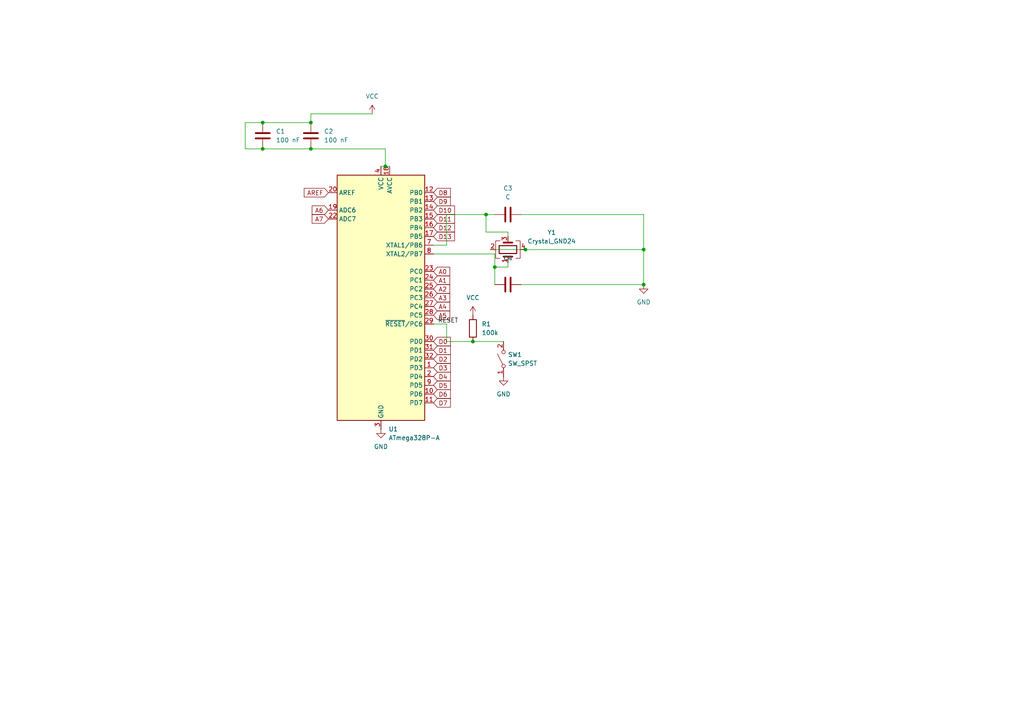
<source format=kicad_sch>
(kicad_sch (version 20231120) (generator "eeschema") (generator_version "8.0")
  (paper "A4")
  (lib_symbols
    (symbol "Device:C" (pin_numbers hide) (pin_names (offset 0.254))
      (property "Reference" "C" (at 0.635 2.54 0))
      (property "Value" "C" (at 0.635 -2.54 0))
      (symbol "C_0_1"
        (polyline (pts (xy -2.032 -0.762) (xy 2.032 -0.762)) (stroke (width 0.508)))
        (polyline (pts (xy -2.032 0.762) (xy 2.032 0.762)) (stroke (width 0.508)))
      )
      (symbol "C_1_1"
        (pin passive line (at 0 3.81 270) (length 2.794) (name "~") (number "1"))
        (pin passive line (at 0 -3.81 90) (length 2.794) (name "~") (number "2"))
      )
    )
    (symbol "Device:Crystal_GND24" (pin_names (offset 1.016) hide)
      (property "Reference" "Y" (at 3.175 5.08 0))
      (property "Value" "Crystal_GND24" (at 3.175 3.175 0))
      (symbol "Crystal_GND24_0_1"
        (rectangle (start -1.143 2.54) (end 1.143 -2.54) (stroke (width 0.3048)))
        (polyline (pts (xy -2.54 0) (xy -2.032 0)))
        (polyline (pts (xy -2.032 -1.27) (xy -2.032 1.27)) (stroke (width 0.508)))
        (polyline (pts (xy 0 -3.81) (xy 0 -3.556)))
        (polyline (pts (xy 0 3.556) (xy 0 3.81)))
        (polyline (pts (xy 2.032 -1.27) (xy 2.032 1.27)) (stroke (width 0.508)))
        (polyline (pts (xy 2.032 0) (xy 2.54 0)))
        (polyline (pts (xy -2.54 -2.286) (xy -2.54 -3.556) (xy 2.54 -3.556) (xy 2.54 -2.286)))
        (polyline (pts (xy -2.54 2.286) (xy -2.54 3.556) (xy 2.54 3.556) (xy 2.54 2.286)))
      )
      (symbol "Crystal_GND24_1_1"
        (pin passive line (at -3.81 0 0) (length 1.27) (name "1") (number "1"))
        (pin passive line (at 0 5.08 270) (length 1.27) (name "2") (number "2"))
        (pin passive line (at 3.81 0 180) (length 1.27) (name "3") (number "3"))
        (pin passive line (at 0 -5.08 90) (length 1.27) (name "4") (number "4"))
      )
    )
    (symbol "Device:R" (pin_numbers hide) (pin_names (offset 0))
      (property "Reference" "R" (at 2.032 0 90))
      (property "Value" "R" (at 0 0 90))
      (symbol "R_0_1"
        (rectangle (start -1.016 -2.54) (end 1.016 2.54) (stroke (width 0.254)))
      )
      (symbol "R_1_1"
        (pin passive line (at 0 3.81 270) (length 1.27) (name "~") (number "1"))
        (pin passive line (at 0 -3.81 90) (length 1.27) (name "~") (number "2"))
      )
    )
    (symbol "MCU_Microchip_ATmega:ATmega328P-A"
      (property "Reference" "U" (at -12.7 36.83 0))
      (property "Value" "ATmega328P-A" (at 2.54 -36.83 0))
      (symbol "ATmega328P-A_0_1"
        (rectangle (start -12.7 -35.56) (end 12.7 35.56) (stroke (width 0.254)) (fill (type background)))
      )
      (symbol "ATmega328P-A_1_1"
        (pin bidirectional line (at 15.24 -20.32 180) (length 2.54) (name "PD3") (number "1"))
        (pin bidirectional line (at 15.24 -27.94 180) (length 2.54) (name "PD6") (number "10"))
        (pin bidirectional line (at 15.24 -30.48 180) (length 2.54) (name "PD7") (number "11"))
        (pin bidirectional line (at 15.24 30.48 180) (length 2.54) (name "PB0") (number "12"))
        (pin bidirectional line (at 15.24 27.94 180) (length 2.54) (name "PB1") (number "13"))
        (pin bidirectional line (at 15.24 25.4 180) (length 2.54) (name "PB2") (number "14"))
        (pin bidirectional line (at 15.24 22.86 180) (length 2.54) (name "PB3") (number "15"))
        (pin bidirectional line (at 15.24 20.32 180) (length 2.54) (name "PB4") (number "16"))
        (pin bidirectional line (at 15.24 17.78 180) (length 2.54) (name "PB5") (number "17"))
        (pin power_in line (at 2.54 38.1 270) (length 2.54) (name "AVCC") (number "18"))
        (pin input line (at -15.24 25.4 0) (length 2.54) (name "ADC6") (number "19"))
        (pin bidirectional line (at 15.24 -22.86 180) (length 2.54) (name "PD4") (number "2"))
        (pin passive line (at -15.24 30.48 0) (length 2.54) (name "AREF") (number "20"))
        (pin passive line (at 0 -38.1 90) (length 2.54) hide (name "GND") (number "21"))
        (pin input line (at -15.24 22.86 0) (length 2.54) (name "ADC7") (number "22"))
        (pin bidirectional line (at 15.24 7.62 180) (length 2.54) (name "PC0") (number "23"))
        (pin bidirectional line (at 15.24 5.08 180) (length 2.54) (name "PC1") (number "24"))
        (pin bidirectional line (at 15.24 2.54 180) (length 2.54) (name "PC2") (number "25"))
        (pin bidirectional line (at 15.24 0 180) (length 2.54) (name "PC3") (number "26"))
        (pin bidirectional line (at 15.24 -2.54 180) (length 2.54) (name "PC4") (number "27"))
        (pin bidirectional line (at 15.24 -5.08 180) (length 2.54) (name "PC5") (number "28"))
        (pin bidirectional line (at 15.24 -7.62 180) (length 2.54) (name "~{RESET}/PC6") (number "29"))
        (pin power_in line (at 0 -38.1 90) (length 2.54) (name "GND") (number "3"))
        (pin bidirectional line (at 15.24 -12.7 180) (length 2.54) (name "PD0") (number "30"))
        (pin bidirectional line (at 15.24 -15.24 180) (length 2.54) (name "PD1") (number "31"))
        (pin bidirectional line (at 15.24 -17.78 180) (length 2.54) (name "PD2") (number "32"))
        (pin power_in line (at 0 38.1 270) (length 2.54) (name "VCC") (number "4"))
        (pin passive line (at 0 -38.1 90) (length 2.54) hide (name "GND") (number "5"))
        (pin passive line (at 0 38.1 270) (length 2.54) hide (name "VCC") (number "6"))
        (pin bidirectional line (at 15.24 15.24 180) (length 2.54) (name "XTAL1/PB6") (number "7"))
        (pin bidirectional line (at 15.24 12.7 180) (length 2.54) (name "XTAL2/PB7") (number "8"))
        (pin bidirectional line (at 15.24 -25.4 180) (length 2.54) (name "PD5") (number "9"))
      )
    )
    (symbol "Switch:SW_SPST" (pin_names (offset 0) hide)
      (property "Reference" "SW" (at 0 3.175 0))
      (property "Value" "SW_SPST" (at 0 -2.54 0))
      (symbol "SW_SPST_0_0"
        (circle (center -2.032 0) (radius 0.508))
        (polyline (pts (xy -1.524 0.254) (xy 1.524 1.778)))
        (circle (center 2.032 0) (radius 0.508))
      )
      (symbol "SW_SPST_1_1"
        (pin passive line (at -5.08 0 0) (length 2.54) (name "A") (number "1"))
        (pin passive line (at 5.08 0 180) (length 2.54) (name "B") (number "2"))
      )
    )
    (symbol "power:GND" (power) (pin_numbers hide) (pin_names (offset 0) hide)
      (property "Value" "GND" (at 0 -3.81 0))
      (symbol "GND_0_1"
        (polyline (pts (xy 0 0) (xy 0 -1.27) (xy 1.27 -1.27) (xy 0 -2.54) (xy -1.27 -1.27) (xy 0 -1.27)))
      )
      (symbol "GND_1_1"
        (pin power_in line (at 0 0 270) (length 0) (name "~") (number "1"))
      )
    )
    (symbol "power:VCC" (power) (pin_numbers hide) (pin_names (offset 0) hide)
      (property "Value" "VCC" (at 0 3.556 0))
      (symbol "VCC_0_1"
        (polyline (pts (xy -0.762 1.27) (xy 0 2.54)))
        (polyline (pts (xy 0 0) (xy 0 2.54)))
        (polyline (pts (xy 0 2.54) (xy 0.762 1.27)))
      )
      (symbol "VCC_1_1"
        (pin power_in line (at 0 0 90) (length 0) (name "~") (number "1"))
      )
    )
  )
  (junction (at 76.2 35.56))
  (junction (at 111.76 48.26))
  (junction (at 90.17 35.56))
  (junction (at 90.17 43.18))
  (junction (at 143.51 77.47))
  (junction (at 186.69 72.39))
  (junction (at 137.16 99.06))
  (junction (at 76.2 43.18))
  (junction (at 140.97 62.23))
  (junction (at 152.4 72.39))
  (junction (at 186.69 82.55))
  (wire (pts (xy 111.76 43.18) (xy 111.76 48.26)))
  (wire (pts (xy 151.13 62.23) (xy 186.69 62.23)))
  (wire (pts (xy 90.17 33.02) (xy 107.95 33.02)))
  (wire (pts (xy 125.73 73.66) (xy 143.51 73.66)))
  (wire (pts (xy 186.69 82.55) (xy 186.69 72.39)))
  (wire (pts (xy 140.97 67.31) (xy 147.32 67.31)))
  (wire (pts (xy 76.2 35.56) (xy 90.17 35.56)))
  (wire (pts (xy 147.32 67.31) (xy 147.32 68.58)))
  (wire (pts (xy 111.76 48.26) (xy 110.49 48.26)))
  (wire (pts (xy 90.17 43.18) (xy 111.76 43.18)))
  (wire (pts (xy 71.12 43.18) (xy 76.2 43.18)))
  (wire (pts (xy 137.16 99.06) (xy 146.05 99.06)))
  (wire (pts (xy 111.76 48.26) (xy 113.03 48.26)))
  (wire (pts (xy 140.97 62.23) (xy 129.54 62.23)))
  (wire (pts (xy 186.69 62.23) (xy 186.69 72.39)))
  (wire (pts (xy 142.24 72.39) (xy 152.4 72.39)))
  (wire (pts (xy 90.17 33.02) (xy 90.17 35.56)))
  (wire (pts (xy 140.97 62.23) (xy 140.97 67.31)))
  (wire (pts (xy 76.2 43.18) (xy 90.17 43.18)))
  (wire (pts (xy 151.13 82.55) (xy 186.69 82.55)))
  (wire (pts (xy 143.51 77.47) (xy 143.51 82.55)))
  (wire (pts (xy 143.51 73.66) (xy 143.51 77.47)))
  (wire (pts (xy 129.54 62.23) (xy 129.54 71.12)))
  (wire (pts (xy 129.54 93.98) (xy 125.73 93.98)))
  (wire (pts (xy 71.12 35.56) (xy 71.12 43.18)))
  (wire (pts (xy 129.54 99.06) (xy 129.54 93.98)))
  (wire (pts (xy 129.54 71.12) (xy 125.73 71.12)))
  (wire (pts (xy 71.12 35.56) (xy 76.2 35.56)))
  (wire (pts (xy 143.51 62.23) (xy 140.97 62.23)))
  (wire (pts (xy 143.51 77.47) (xy 147.32 77.47)))
  (wire (pts (xy 152.4 72.39) (xy 186.69 72.39)))
  (wire (pts (xy 147.32 76.2) (xy 147.32 77.47)))
  (wire (pts (xy 137.16 99.06) (xy 129.54 99.06)))
  (label "RESET" (at 127 93.98 0))
  (global_label "A6" (shape input) (at 95.25 60.96 180) (property "Intersheetrefs" "${INTERSHEET_REFS}" (effects (hide yes))))
  (global_label "D12" (shape input) (at 125.73 66.04 0) (property "Intersheetrefs" "${INTERSHEET_REFS}" (effects (hide yes))))
  (global_label "D9" (shape input) (at 125.73 58.42 0) (property "Intersheetrefs" "${INTERSHEET_REFS}" (effects (hide yes))))
  (global_label "D13" (shape input) (at 125.73 68.58 0) (property "Intersheetrefs" "${INTERSHEET_REFS}" (effects (hide yes))))
  (global_label "D10" (shape input) (at 125.73 60.96 0) (property "Intersheetrefs" "${INTERSHEET_REFS}" (effects (hide yes))))
  (global_label "A5" (shape input) (at 125.73 91.44 0) (property "Intersheetrefs" "${INTERSHEET_REFS}" (effects (hide yes))))
  (global_label "D11" (shape input) (at 125.73 63.5 0) (property "Intersheetrefs" "${INTERSHEET_REFS}" (effects (hide yes))))
  (global_label "D5" (shape input) (at 125.73 111.76 0) (property "Intersheetrefs" "${INTERSHEET_REFS}" (effects (hide yes))))
  (global_label "D7" (shape input) (at 125.73 116.84 0) (property "Intersheetrefs" "${INTERSHEET_REFS}" (effects (hide yes))))
  (global_label "D8" (shape input) (at 125.73 55.88 0) (property "Intersheetrefs" "${INTERSHEET_REFS}" (effects (hide yes))))
  (global_label "A1" (shape input) (at 125.73 81.28 0) (property "Intersheetrefs" "${INTERSHEET_REFS}" (effects (hide yes))))
  (global_label "A3" (shape input) (at 125.73 86.36 0) (property "Intersheetrefs" "${INTERSHEET_REFS}" (effects (hide yes))))
  (global_label "D1" (shape input) (at 125.73 101.6 0) (property "Intersheetrefs" "${INTERSHEET_REFS}" (effects (hide yes))))
  (global_label "AREF" (shape input) (at 95.25 55.88 180) (property "Intersheetrefs" "${INTERSHEET_REFS}" (effects (hide yes))))
  (global_label "D4" (shape input) (at 125.73 109.22 0) (property "Intersheetrefs" "${INTERSHEET_REFS}" (effects (hide yes))))
  (global_label "A0" (shape input) (at 125.73 78.74 0) (property "Intersheetrefs" "${INTERSHEET_REFS}" (effects (hide yes))))
  (global_label "D6" (shape input) (at 125.73 114.3 0) (property "Intersheetrefs" "${INTERSHEET_REFS}" (effects (hide yes))))
  (global_label "A7" (shape input) (at 95.25 63.5 180) (property "Intersheetrefs" "${INTERSHEET_REFS}" (effects (hide yes))))
  (global_label "A2" (shape input) (at 125.73 83.82 0) (property "Intersheetrefs" "${INTERSHEET_REFS}" (effects (hide yes))))
  (global_label "D0" (shape input) (at 125.73 99.06 0) (property "Intersheetrefs" "${INTERSHEET_REFS}" (effects (hide yes))))
  (global_label "D3" (shape input) (at 125.73 106.68 0) (property "Intersheetrefs" "${INTERSHEET_REFS}" (effects (hide yes))))
  (global_label "A4" (shape input) (at 125.73 88.9 0) (property "Intersheetrefs" "${INTERSHEET_REFS}" (effects (hide yes))))
  (global_label "D2" (shape input) (at 125.73 104.14 0) (property "Intersheetrefs" "${INTERSHEET_REFS}" (effects (hide yes))))
  (symbol (lib_id "power:VCC") (at 107.95 33.02 0) (unit 1)
    (property "Reference" "#PWR01" (effects (hide yes)))
    (property "Value" "VCC" (at 107.95 27.94 0))
    (property "Description" "Power symbol creates a global label with name \"VCC\"" (effects (hide yes)))
  )
  (symbol (lib_id "power:GND") (at 186.69 82.55 0) (unit 1)
    (property "Reference" "#PWR03" (effects (hide yes)))
    (property "Value" "GND" (at 186.69 87.63 0))
    (property "Description" "Power symbol creates a global label with name \"GND\" , ground" (effects (hide yes)))
  )
  (symbol (lib_id "Device:C") (at 76.2 39.37 0) (unit 1)
    (property "Reference" "C1" (at 80.01 38.0999 0) (effects (justify left)))
    (property "Value" "100 nF" (at 80.01 40.6399 0) (effects (justify left)))
    (property "Description" "Unpolarized capacitor" (effects (hide yes)))
  )
  (symbol (lib_id "power:GND") (at 110.49 124.46 0) (unit 1)
    (property "Reference" "#PWR02" (effects (hide yes)))
    (property "Value" "GND" (at 110.49 129.54 0))
    (property "Description" "Power symbol creates a global label with name \"GND\" , ground" (effects (hide yes)))
  )
  (symbol (lib_id "power:GND") (at 146.05 109.22 0) (unit 1)
    (property "Reference" "#PWR05" (effects (hide yes)))
    (property "Value" "GND" (at 146.05 114.3 0))
    (property "Description" "Power symbol creates a global label with name \"GND\" , ground" (effects (hide yes)))
  )
  (symbol (lib_id "MCU_Microchip_ATmega:ATmega328P-A") (at 110.49 86.36 0) (unit 1)
    (property "Reference" "U1" (at 112.6841 124.46 0) (effects (justify left)))
    (property "Value" "ATmega328P-A" (at 112.6841 127 0) (effects (justify left)))
    (property "Footprint" "Package_QFP:TQFP-32_7x7mm_P0.8mm" (effects (hide yes)))
    (property "Datasheet" "http://ww1.microchip.com/downloads/en/DeviceDoc/ATmega328_P%20AVR%20MCU%20with%20picoPower%20Technology%20Data%20Sheet%2040001984A.pdf" (effects (hide yes)))
    (property "Description" "20MHz, 32kB Flash, 2kB SRAM, 1kB EEPROM, TQFP-32" (effects (hide yes)))
  )
  (symbol (lib_id "Device:C") (at 147.32 82.55 90) (unit 1)
    (property "Reference" "C4" (at 147.32 74.93 90))
    (property "Value" "C" (effects (hide yes)))
    (property "Description" "Unpolarized capacitor" (effects (hide yes)))
  )
  (symbol (lib_id "Switch:SW_SPST") (at 146.05 104.14 90) (unit 1)
    (property "Reference" "SW1" (at 147.32 102.8699 90) (effects (justify right)))
    (property "Value" "SW_SPST" (at 147.32 105.4099 90) (effects (justify right)))
    (property "Description" "Single Pole Single Throw (SPST) switch" (effects (hide yes)))
  )
  (symbol (lib_id "Device:R") (at 137.16 95.25 0) (unit 1)
    (property "Reference" "R1" (at 139.7 93.9799 0) (effects (justify left)))
    (property "Value" "100k" (at 139.7 96.5199 0) (effects (justify left)))
    (property "Description" "Resistor" (effects (hide yes)))
  )
  (symbol (lib_id "power:VCC") (at 137.16 91.44 0) (unit 1)
    (property "Reference" "#PWR04" (effects (hide yes)))
    (property "Value" "VCC" (at 137.16 86.36 0))
    (property "Description" "Power symbol creates a global label with name \"VCC\"" (effects (hide yes)))
  )
  (symbol (lib_id "Device:Crystal_GND24") (at 147.32 72.39 90) (unit 1)
    (property "Reference" "Y1" (at 160.02 67.4368 90))
    (property "Value" "Crystal_GND24" (at 160.02 69.9768 90))
    (property "Description" "Four pin crystal, GND on pins 2 and 4" (effects (hide yes)))
  )
  (symbol (lib_id "Device:C") (at 90.17 39.37 0) (unit 1)
    (property "Reference" "C2" (at 93.98 38.0999 0) (effects (justify left)))
    (property "Value" "100 nF" (at 93.98 40.6399 0) (effects (justify left)))
    (property "Description" "Unpolarized capacitor" (effects (hide yes)))
  )
  (symbol (lib_id "Device:C") (at 147.32 62.23 90) (unit 1)
    (property "Reference" "C3" (at 147.32 54.61 90))
    (property "Value" "C" (at 147.32 57.15 90))
    (property "Description" "Unpolarized capacitor" (effects (hide yes)))
  )
)
</source>
